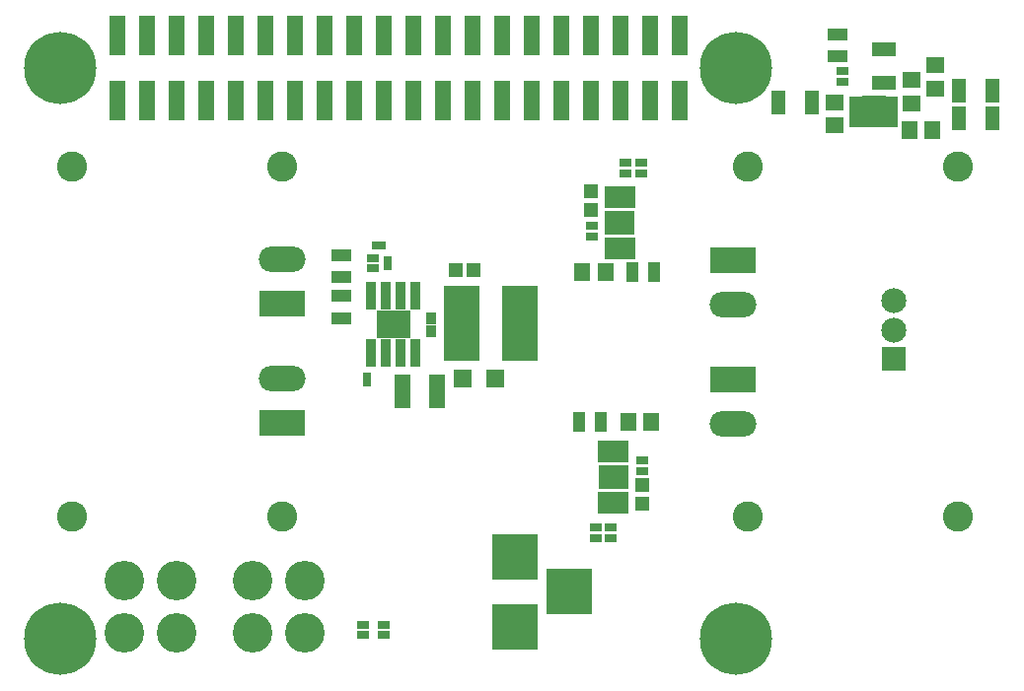
<source format=gbs>
G04 #@! TF.GenerationSoftware,KiCad,Pcbnew,(2017-02-06 revision 13395d34d)-master*
G04 #@! TF.CreationDate,2017-04-12T16:15:43-03:00*
G04 #@! TF.ProjectId,resin-rover,726573696E2D726F7665722E6B696361,rev?*
G04 #@! TF.FileFunction,Soldermask,Bot*
G04 #@! TF.FilePolarity,Negative*
%FSLAX46Y46*%
G04 Gerber Fmt 4.6, Leading zero omitted, Abs format (unit mm)*
G04 Created by KiCad (PCBNEW (2017-02-06 revision 13395d34d)-master) date Wed Apr 12 16:15:43 2017*
%MOMM*%
%LPD*%
G01*
G04 APERTURE LIST*
%ADD10C,0.100000*%
%ADD11R,2.584400X2.127200*%
%ADD12R,0.679400X1.822400*%
%ADD13C,2.600000*%
%ADD14C,6.200000*%
%ADD15R,1.400000X1.650000*%
%ADD16R,1.650000X1.400000*%
%ADD17R,1.400000X2.900000*%
%ADD18R,0.750000X0.700000*%
%ADD19R,0.700000X0.750000*%
%ADD20R,0.900000X1.000000*%
%ADD21R,1.200000X1.150000*%
%ADD22R,1.200000X1.200000*%
%ADD23R,1.500000X1.500000*%
%ADD24R,3.900000X3.900000*%
%ADD25R,4.000000X2.200000*%
%ADD26O,4.000000X2.200000*%
%ADD27R,1.400000X3.400000*%
%ADD28R,3.100000X6.400000*%
%ADD29R,1.000000X0.800000*%
%ADD30R,1.100000X1.700000*%
%ADD31R,1.300000X2.100000*%
%ADD32R,2.100000X1.300000*%
%ADD33R,1.700000X1.100000*%
%ADD34R,1.212800X0.781000*%
%ADD35R,2.051000X2.787600*%
%ADD36R,0.958800X2.381200*%
%ADD37R,2.889200X2.406600*%
%ADD38C,2.150000*%
%ADD39R,2.150000X2.150000*%
%ADD40C,3.400000*%
G04 APERTURE END LIST*
D10*
D11*
X124500000Y-71800000D03*
D12*
X125490600Y-69615600D03*
X125008000Y-69615600D03*
X124500000Y-69615600D03*
X123992000Y-69615600D03*
X123509400Y-69615600D03*
X123509400Y-73984400D03*
X123992000Y-73984400D03*
X124500000Y-73984400D03*
X125008000Y-73984400D03*
X125490600Y-73984400D03*
D11*
X123950000Y-93650000D03*
D12*
X122959400Y-95834400D03*
X123442000Y-95834400D03*
X123950000Y-95834400D03*
X124458000Y-95834400D03*
X124940600Y-95834400D03*
X124940600Y-91465600D03*
X124458000Y-91465600D03*
X123950000Y-91465600D03*
X123442000Y-91465600D03*
X122959400Y-91465600D03*
D13*
X95500000Y-97000000D03*
X77500000Y-97000000D03*
X95500000Y-67000000D03*
X77500000Y-67000000D03*
X153500000Y-97000000D03*
X135500000Y-97000000D03*
X153500000Y-67000000D03*
D14*
X76500000Y-58500000D03*
X76500000Y-107500000D03*
X134500000Y-107500000D03*
D15*
X123250000Y-76050000D03*
X121250000Y-76050000D03*
D16*
X142950000Y-63450000D03*
X142950000Y-61450000D03*
X149550000Y-61550000D03*
X149550000Y-59550000D03*
X151550000Y-60250000D03*
X151550000Y-58250000D03*
D15*
X149350000Y-63850000D03*
X151350000Y-63850000D03*
X125200000Y-88900000D03*
X127200000Y-88900000D03*
D17*
X108825000Y-86275000D03*
X105825000Y-86275000D03*
D18*
X102825000Y-85555000D03*
X102825000Y-84995000D03*
D19*
X104105000Y-73775000D03*
X103545000Y-73775000D03*
D18*
X104575000Y-75555000D03*
X104575000Y-74995000D03*
D20*
X108325000Y-79975000D03*
X108325000Y-81075000D03*
D21*
X110450000Y-75900000D03*
X111950000Y-75900000D03*
D22*
X122000000Y-70700000D03*
X122000000Y-69100000D03*
X126450000Y-94350000D03*
X126450000Y-95950000D03*
D23*
X113850000Y-85150000D03*
X111050000Y-85150000D03*
D24*
X120200000Y-103500000D03*
X115500000Y-106500000D03*
X115500000Y-100500000D03*
D25*
X95500000Y-78750000D03*
D26*
X95500000Y-74940000D03*
D25*
X134250000Y-75000000D03*
D26*
X134250000Y-78810000D03*
X95500000Y-85190000D03*
D25*
X95500000Y-89000000D03*
D26*
X134250000Y-89060000D03*
D25*
X134250000Y-85250000D03*
D27*
X129630000Y-61270000D03*
X129630000Y-55730000D03*
X127090000Y-61270000D03*
X127090000Y-55730000D03*
X124550000Y-61270000D03*
X124550000Y-55730000D03*
X122010000Y-61270000D03*
X122010000Y-55730000D03*
X119470000Y-61270000D03*
X119470000Y-55730000D03*
X116930000Y-61270000D03*
X116930000Y-55730000D03*
X114390000Y-61270000D03*
X114390000Y-55730000D03*
X111850000Y-61270000D03*
X111850000Y-55730000D03*
X109310000Y-61270000D03*
X109310000Y-55730000D03*
X106770000Y-61270000D03*
X106770000Y-55730000D03*
X104230000Y-61270000D03*
X104230000Y-55730000D03*
X101690000Y-61270000D03*
X101690000Y-55730000D03*
X99150000Y-61270000D03*
X99150000Y-55730000D03*
X96610000Y-61270000D03*
X96610000Y-55730000D03*
X94070000Y-61270000D03*
X94070000Y-55730000D03*
X91530000Y-61270000D03*
X91530000Y-55730000D03*
X88990000Y-61270000D03*
X88990000Y-55730000D03*
X86450000Y-61270000D03*
X86450000Y-55730000D03*
X83910000Y-61270000D03*
X83910000Y-55730000D03*
X81370000Y-61270000D03*
X81370000Y-55730000D03*
D28*
X110950000Y-80400000D03*
X115950000Y-80400000D03*
D29*
X125000000Y-66650000D03*
X125000000Y-67550000D03*
X126300000Y-67550000D03*
X126300000Y-66650000D03*
D30*
X125550000Y-76050000D03*
X127450000Y-76050000D03*
D31*
X141000000Y-61450000D03*
X138100000Y-61450000D03*
X153600000Y-60450000D03*
X156500000Y-60450000D03*
X153600000Y-62850000D03*
X156500000Y-62850000D03*
D32*
X147150000Y-56900000D03*
X147150000Y-59800000D03*
D29*
X122100000Y-72050000D03*
X122100000Y-72950000D03*
X143650000Y-58800000D03*
X143650000Y-59700000D03*
D33*
X143150000Y-55600000D03*
X143150000Y-57500000D03*
D29*
X123700000Y-97950000D03*
X123700000Y-98850000D03*
X122450000Y-98850000D03*
X122450000Y-97950000D03*
D30*
X122900000Y-88900000D03*
X121000000Y-88900000D03*
D29*
X126450000Y-92200000D03*
X126450000Y-93100000D03*
X103325000Y-74825000D03*
X103325000Y-75725000D03*
D33*
X100575000Y-74575000D03*
X100575000Y-76475000D03*
X100575000Y-79975000D03*
X100575000Y-78075000D03*
D29*
X102500000Y-107200000D03*
X102500000Y-106300000D03*
X104250000Y-106300000D03*
X104250000Y-107200000D03*
D34*
X147773200Y-61284800D03*
X147773200Y-61919800D03*
X147773200Y-62580200D03*
X147773200Y-63215200D03*
X144826800Y-63215200D03*
X144826800Y-62580200D03*
X144826800Y-61919800D03*
X144826800Y-61284800D03*
D35*
X146300000Y-62250000D03*
D36*
X106980000Y-82988800D03*
X105710000Y-82988800D03*
X104440000Y-82988800D03*
X103170000Y-82988800D03*
X103170000Y-78061200D03*
X104440000Y-78061200D03*
X105710000Y-78061200D03*
X106980000Y-78061200D03*
D37*
X105075000Y-80525000D03*
D14*
X134500000Y-58500000D03*
D13*
X135500000Y-67000000D03*
D38*
X148000000Y-78500000D03*
X148000000Y-81000000D03*
D39*
X148000000Y-83500000D03*
D40*
X82000000Y-102500000D03*
X86500000Y-102500000D03*
X86500000Y-107000000D03*
X82000000Y-107000000D03*
X93000000Y-102500000D03*
X97500000Y-102500000D03*
X97500000Y-107000000D03*
X93000000Y-107000000D03*
M02*

</source>
